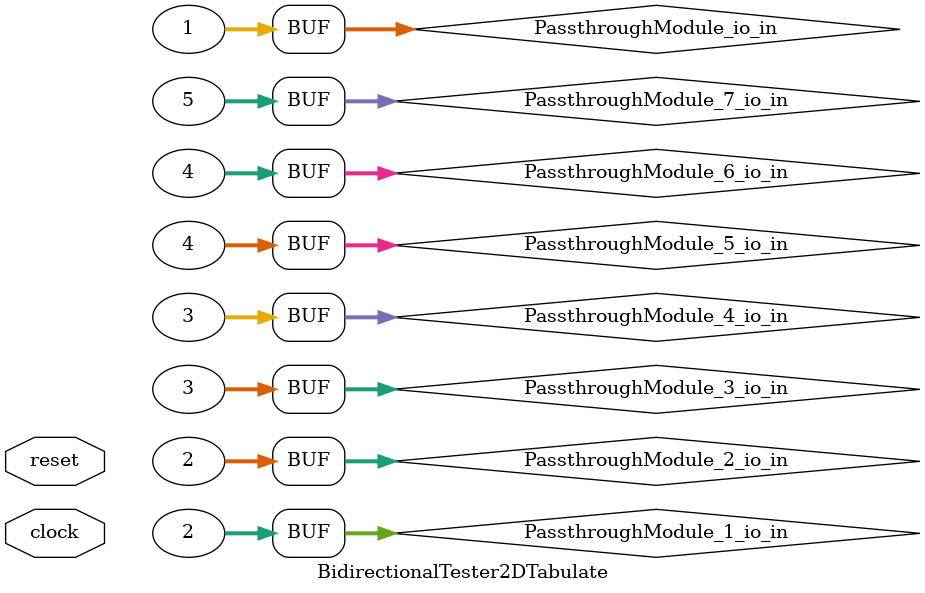
<source format=v>
module PassthroughModule(
  input  [31:0] io_in,
  output [31:0] io_out
);
  assign io_out = io_in; // @[Util.scala 19:10]
endmodule
module BidirectionalTester2DTabulate(
  input   clock,
  input   reset
);
  wire [31:0] PassthroughModule_io_in; // @[Vec.scala 209:30]
  wire [31:0] PassthroughModule_io_out; // @[Vec.scala 209:30]
  wire [31:0] PassthroughModule_1_io_in; // @[Vec.scala 209:30]
  wire [31:0] PassthroughModule_1_io_out; // @[Vec.scala 209:30]
  wire [31:0] PassthroughModule_2_io_in; // @[Vec.scala 209:30]
  wire [31:0] PassthroughModule_2_io_out; // @[Vec.scala 209:30]
  wire [31:0] PassthroughModule_3_io_in; // @[Vec.scala 209:30]
  wire [31:0] PassthroughModule_3_io_out; // @[Vec.scala 209:30]
  wire [31:0] PassthroughModule_4_io_in; // @[Vec.scala 209:30]
  wire [31:0] PassthroughModule_4_io_out; // @[Vec.scala 209:30]
  wire [31:0] PassthroughModule_5_io_in; // @[Vec.scala 209:30]
  wire [31:0] PassthroughModule_5_io_out; // @[Vec.scala 209:30]
  wire [31:0] PassthroughModule_6_io_in; // @[Vec.scala 209:30]
  wire [31:0] PassthroughModule_6_io_out; // @[Vec.scala 209:30]
  wire [31:0] PassthroughModule_7_io_in; // @[Vec.scala 209:30]
  wire [31:0] PassthroughModule_7_io_out; // @[Vec.scala 209:30]
  wire  _T_2 = ~reset; // @[Vec.scala 211:13]
  PassthroughModule PassthroughModule ( // @[Vec.scala 209:30]
    .io_in(PassthroughModule_io_in),
    .io_out(PassthroughModule_io_out)
  );
  PassthroughModule PassthroughModule_1 ( // @[Vec.scala 209:30]
    .io_in(PassthroughModule_1_io_in),
    .io_out(PassthroughModule_1_io_out)
  );
  PassthroughModule PassthroughModule_2 ( // @[Vec.scala 209:30]
    .io_in(PassthroughModule_2_io_in),
    .io_out(PassthroughModule_2_io_out)
  );
  PassthroughModule PassthroughModule_3 ( // @[Vec.scala 209:30]
    .io_in(PassthroughModule_3_io_in),
    .io_out(PassthroughModule_3_io_out)
  );
  PassthroughModule PassthroughModule_4 ( // @[Vec.scala 209:30]
    .io_in(PassthroughModule_4_io_in),
    .io_out(PassthroughModule_4_io_out)
  );
  PassthroughModule PassthroughModule_5 ( // @[Vec.scala 209:30]
    .io_in(PassthroughModule_5_io_in),
    .io_out(PassthroughModule_5_io_out)
  );
  PassthroughModule PassthroughModule_6 ( // @[Vec.scala 209:30]
    .io_in(PassthroughModule_6_io_in),
    .io_out(PassthroughModule_6_io_out)
  );
  PassthroughModule PassthroughModule_7 ( // @[Vec.scala 209:30]
    .io_in(PassthroughModule_7_io_in),
    .io_out(PassthroughModule_7_io_out)
  );
  assign PassthroughModule_io_in = 32'h1; // @[Vec.scala 202:{40,40}]
  assign PassthroughModule_1_io_in = 32'h2; // @[Vec.scala 202:{40,40}]
  assign PassthroughModule_2_io_in = 32'h2; // @[Vec.scala 202:{40,40}]
  assign PassthroughModule_3_io_in = 32'h3; // @[Vec.scala 202:{40,40}]
  assign PassthroughModule_4_io_in = 32'h3; // @[Vec.scala 202:{40,40}]
  assign PassthroughModule_5_io_in = 32'h4; // @[Vec.scala 202:{40,40}]
  assign PassthroughModule_6_io_in = 32'h4; // @[Vec.scala 202:{40,40}]
  assign PassthroughModule_7_io_in = 32'h5; // @[Vec.scala 202:{40,40}]
  always @(posedge clock) begin
    `ifndef SYNTHESIS
    `ifdef STOP_COND
      if (`STOP_COND) begin
    `endif
        if (~reset & ~(PassthroughModule_io_out == 32'h1)) begin
          $fatal; // @[Vec.scala 211:13]
        end
    `ifdef STOP_COND
      end
    `endif
    `endif // SYNTHESIS
    `ifndef SYNTHESIS
    `ifdef PRINTF_COND
      if (`PRINTF_COND) begin
    `endif
        if (~reset & ~(PassthroughModule_io_out == 32'h1)) begin
          $fwrite(32'h80000002,"Assertion failed\n    at Vec.scala:211 assert(receiveMod.out === value.U)\n"); // @[Vec.scala 211:13]
        end
    `ifdef PRINTF_COND
      end
    `endif
    `endif // SYNTHESIS
    `ifndef SYNTHESIS
    `ifdef STOP_COND
      if (`STOP_COND) begin
    `endif
        if (~reset & ~(PassthroughModule_1_io_out == 32'h2)) begin
          $fatal; // @[Vec.scala 211:13]
        end
    `ifdef STOP_COND
      end
    `endif
    `endif // SYNTHESIS
    `ifndef SYNTHESIS
    `ifdef PRINTF_COND
      if (`PRINTF_COND) begin
    `endif
        if (~reset & ~(PassthroughModule_1_io_out == 32'h2)) begin
          $fwrite(32'h80000002,"Assertion failed\n    at Vec.scala:211 assert(receiveMod.out === value.U)\n"); // @[Vec.scala 211:13]
        end
    `ifdef PRINTF_COND
      end
    `endif
    `endif // SYNTHESIS
    `ifndef SYNTHESIS
    `ifdef STOP_COND
      if (`STOP_COND) begin
    `endif
        if (~reset & ~(PassthroughModule_2_io_out == 32'h2)) begin
          $fatal; // @[Vec.scala 211:13]
        end
    `ifdef STOP_COND
      end
    `endif
    `endif // SYNTHESIS
    `ifndef SYNTHESIS
    `ifdef PRINTF_COND
      if (`PRINTF_COND) begin
    `endif
        if (~reset & ~(PassthroughModule_2_io_out == 32'h2)) begin
          $fwrite(32'h80000002,"Assertion failed\n    at Vec.scala:211 assert(receiveMod.out === value.U)\n"); // @[Vec.scala 211:13]
        end
    `ifdef PRINTF_COND
      end
    `endif
    `endif // SYNTHESIS
    `ifndef SYNTHESIS
    `ifdef STOP_COND
      if (`STOP_COND) begin
    `endif
        if (~reset & ~(PassthroughModule_3_io_out == 32'h3)) begin
          $fatal; // @[Vec.scala 211:13]
        end
    `ifdef STOP_COND
      end
    `endif
    `endif // SYNTHESIS
    `ifndef SYNTHESIS
    `ifdef PRINTF_COND
      if (`PRINTF_COND) begin
    `endif
        if (~reset & ~(PassthroughModule_3_io_out == 32'h3)) begin
          $fwrite(32'h80000002,"Assertion failed\n    at Vec.scala:211 assert(receiveMod.out === value.U)\n"); // @[Vec.scala 211:13]
        end
    `ifdef PRINTF_COND
      end
    `endif
    `endif // SYNTHESIS
    `ifndef SYNTHESIS
    `ifdef STOP_COND
      if (`STOP_COND) begin
    `endif
        if (~reset & ~(PassthroughModule_4_io_out == 32'h3)) begin
          $fatal; // @[Vec.scala 211:13]
        end
    `ifdef STOP_COND
      end
    `endif
    `endif // SYNTHESIS
    `ifndef SYNTHESIS
    `ifdef PRINTF_COND
      if (`PRINTF_COND) begin
    `endif
        if (~reset & ~(PassthroughModule_4_io_out == 32'h3)) begin
          $fwrite(32'h80000002,"Assertion failed\n    at Vec.scala:211 assert(receiveMod.out === value.U)\n"); // @[Vec.scala 211:13]
        end
    `ifdef PRINTF_COND
      end
    `endif
    `endif // SYNTHESIS
    `ifndef SYNTHESIS
    `ifdef STOP_COND
      if (`STOP_COND) begin
    `endif
        if (~reset & ~(PassthroughModule_5_io_out == 32'h4)) begin
          $fatal; // @[Vec.scala 211:13]
        end
    `ifdef STOP_COND
      end
    `endif
    `endif // SYNTHESIS
    `ifndef SYNTHESIS
    `ifdef PRINTF_COND
      if (`PRINTF_COND) begin
    `endif
        if (~reset & ~(PassthroughModule_5_io_out == 32'h4)) begin
          $fwrite(32'h80000002,"Assertion failed\n    at Vec.scala:211 assert(receiveMod.out === value.U)\n"); // @[Vec.scala 211:13]
        end
    `ifdef PRINTF_COND
      end
    `endif
    `endif // SYNTHESIS
    `ifndef SYNTHESIS
    `ifdef STOP_COND
      if (`STOP_COND) begin
    `endif
        if (~reset & ~(PassthroughModule_6_io_out == 32'h4)) begin
          $fatal; // @[Vec.scala 211:13]
        end
    `ifdef STOP_COND
      end
    `endif
    `endif // SYNTHESIS
    `ifndef SYNTHESIS
    `ifdef PRINTF_COND
      if (`PRINTF_COND) begin
    `endif
        if (~reset & ~(PassthroughModule_6_io_out == 32'h4)) begin
          $fwrite(32'h80000002,"Assertion failed\n    at Vec.scala:211 assert(receiveMod.out === value.U)\n"); // @[Vec.scala 211:13]
        end
    `ifdef PRINTF_COND
      end
    `endif
    `endif // SYNTHESIS
    `ifndef SYNTHESIS
    `ifdef STOP_COND
      if (`STOP_COND) begin
    `endif
        if (~reset & ~(PassthroughModule_7_io_out == 32'h5)) begin
          $fatal; // @[Vec.scala 211:13]
        end
    `ifdef STOP_COND
      end
    `endif
    `endif // SYNTHESIS
    `ifndef SYNTHESIS
    `ifdef PRINTF_COND
      if (`PRINTF_COND) begin
    `endif
        if (~reset & ~(PassthroughModule_7_io_out == 32'h5)) begin
          $fwrite(32'h80000002,"Assertion failed\n    at Vec.scala:211 assert(receiveMod.out === value.U)\n"); // @[Vec.scala 211:13]
        end
    `ifdef PRINTF_COND
      end
    `endif
    `endif // SYNTHESIS
    `ifndef SYNTHESIS
    `ifdef STOP_COND
      if (`STOP_COND) begin
    `endif
        if (_T_2) begin
          $finish; // @[Vec.scala 213:9]
        end
    `ifdef STOP_COND
      end
    `endif
    `endif // SYNTHESIS
  end
endmodule

</source>
